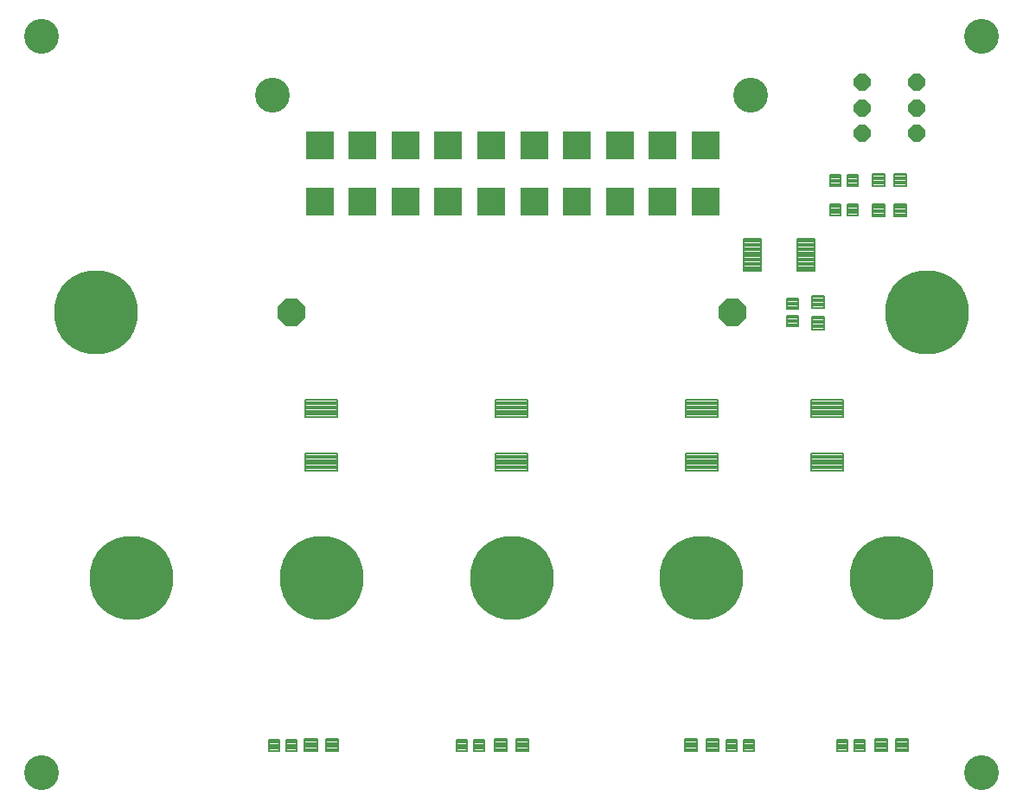
<source format=gts>
G75*
G70*
%OFA0B0*%
%FSLAX24Y24*%
%IPPOS*%
%LPD*%
%AMOC8*
5,1,8,0,0,1.08239X$1,22.5*
%
%ADD10OC8,0.1080*%
%ADD11C,0.0083*%
%ADD12C,0.0081*%
%ADD13C,0.0082*%
%ADD14C,0.3230*%
%ADD15C,0.1340*%
%ADD16R,0.1084X0.1084*%
%ADD17OC8,0.0635*%
D10*
X015579Y024099D03*
X032579Y024099D03*
D11*
X035659Y024277D02*
X036129Y024277D01*
X035659Y024277D02*
X035659Y024747D01*
X036129Y024747D01*
X036129Y024277D01*
X036129Y024359D02*
X035659Y024359D01*
X035659Y024441D02*
X036129Y024441D01*
X036129Y024523D02*
X035659Y024523D01*
X035659Y024605D02*
X036129Y024605D01*
X036129Y024687D02*
X035659Y024687D01*
X035659Y023451D02*
X036129Y023451D01*
X035659Y023451D02*
X035659Y023921D01*
X036129Y023921D01*
X036129Y023451D01*
X036129Y023533D02*
X035659Y023533D01*
X035659Y023615D02*
X036129Y023615D01*
X036129Y023697D02*
X035659Y023697D01*
X035659Y023779D02*
X036129Y023779D01*
X036129Y023861D02*
X035659Y023861D01*
X037998Y027801D02*
X037998Y028271D01*
X038468Y028271D01*
X038468Y027801D01*
X037998Y027801D01*
X037998Y027883D02*
X038468Y027883D01*
X038468Y027965D02*
X037998Y027965D01*
X037998Y028047D02*
X038468Y028047D01*
X038468Y028129D02*
X037998Y028129D01*
X037998Y028211D02*
X038468Y028211D01*
X038825Y028271D02*
X038825Y027801D01*
X038825Y028271D02*
X039295Y028271D01*
X039295Y027801D01*
X038825Y027801D01*
X038825Y027883D02*
X039295Y027883D01*
X039295Y027965D02*
X038825Y027965D01*
X038825Y028047D02*
X039295Y028047D01*
X039295Y028129D02*
X038825Y028129D01*
X038825Y028211D02*
X039295Y028211D01*
X038825Y028982D02*
X038825Y029452D01*
X039295Y029452D01*
X039295Y028982D01*
X038825Y028982D01*
X038825Y029064D02*
X039295Y029064D01*
X039295Y029146D02*
X038825Y029146D01*
X038825Y029228D02*
X039295Y029228D01*
X039295Y029310D02*
X038825Y029310D01*
X038825Y029392D02*
X039295Y029392D01*
X037998Y029452D02*
X037998Y028982D01*
X037998Y029452D02*
X038468Y029452D01*
X038468Y028982D01*
X037998Y028982D01*
X037998Y029064D02*
X038468Y029064D01*
X038468Y029146D02*
X037998Y029146D01*
X037998Y029228D02*
X038468Y029228D01*
X038468Y029310D02*
X037998Y029310D01*
X037998Y029392D02*
X038468Y029392D01*
X038077Y007661D02*
X038077Y007191D01*
X038077Y007661D02*
X038547Y007661D01*
X038547Y007191D01*
X038077Y007191D01*
X038077Y007273D02*
X038547Y007273D01*
X038547Y007355D02*
X038077Y007355D01*
X038077Y007437D02*
X038547Y007437D01*
X038547Y007519D02*
X038077Y007519D01*
X038077Y007601D02*
X038547Y007601D01*
X038903Y007661D02*
X038903Y007191D01*
X038903Y007661D02*
X039373Y007661D01*
X039373Y007191D01*
X038903Y007191D01*
X038903Y007273D02*
X039373Y007273D01*
X039373Y007355D02*
X038903Y007355D01*
X038903Y007437D02*
X039373Y007437D01*
X039373Y007519D02*
X038903Y007519D01*
X038903Y007601D02*
X039373Y007601D01*
X032051Y007661D02*
X032051Y007191D01*
X031581Y007191D01*
X031581Y007661D01*
X032051Y007661D01*
X032051Y007273D02*
X031581Y007273D01*
X031581Y007355D02*
X032051Y007355D01*
X032051Y007437D02*
X031581Y007437D01*
X031581Y007519D02*
X032051Y007519D01*
X032051Y007601D02*
X031581Y007601D01*
X031224Y007661D02*
X031224Y007191D01*
X030754Y007191D01*
X030754Y007661D01*
X031224Y007661D01*
X031224Y007273D02*
X030754Y007273D01*
X030754Y007355D02*
X031224Y007355D01*
X031224Y007437D02*
X030754Y007437D01*
X030754Y007519D02*
X031224Y007519D01*
X031224Y007601D02*
X030754Y007601D01*
X024258Y007661D02*
X024258Y007191D01*
X024258Y007661D02*
X024728Y007661D01*
X024728Y007191D01*
X024258Y007191D01*
X024258Y007273D02*
X024728Y007273D01*
X024728Y007355D02*
X024258Y007355D01*
X024258Y007437D02*
X024728Y007437D01*
X024728Y007519D02*
X024258Y007519D01*
X024258Y007601D02*
X024728Y007601D01*
X023431Y007661D02*
X023431Y007191D01*
X023431Y007661D02*
X023901Y007661D01*
X023901Y007191D01*
X023431Y007191D01*
X023431Y007273D02*
X023901Y007273D01*
X023901Y007355D02*
X023431Y007355D01*
X023431Y007437D02*
X023901Y007437D01*
X023901Y007519D02*
X023431Y007519D01*
X023431Y007601D02*
X023901Y007601D01*
X016935Y007661D02*
X016935Y007191D01*
X016935Y007661D02*
X017405Y007661D01*
X017405Y007191D01*
X016935Y007191D01*
X016935Y007273D02*
X017405Y007273D01*
X017405Y007355D02*
X016935Y007355D01*
X016935Y007437D02*
X017405Y007437D01*
X017405Y007519D02*
X016935Y007519D01*
X016935Y007601D02*
X017405Y007601D01*
X016108Y007661D02*
X016108Y007191D01*
X016108Y007661D02*
X016578Y007661D01*
X016578Y007191D01*
X016108Y007191D01*
X016108Y007273D02*
X016578Y007273D01*
X016578Y007355D02*
X016108Y007355D01*
X016108Y007437D02*
X016578Y007437D01*
X016578Y007519D02*
X016108Y007519D01*
X016108Y007601D02*
X016578Y007601D01*
D12*
X015788Y007642D02*
X015394Y007642D01*
X015788Y007642D02*
X015788Y007210D01*
X015394Y007210D01*
X015394Y007642D01*
X015394Y007290D02*
X015788Y007290D01*
X015788Y007370D02*
X015394Y007370D01*
X015394Y007450D02*
X015788Y007450D01*
X015788Y007530D02*
X015394Y007530D01*
X015394Y007610D02*
X015788Y007610D01*
X015119Y007642D02*
X014725Y007642D01*
X015119Y007642D02*
X015119Y007210D01*
X014725Y007210D01*
X014725Y007642D01*
X014725Y007290D02*
X015119Y007290D01*
X015119Y007370D02*
X014725Y007370D01*
X014725Y007450D02*
X015119Y007450D01*
X015119Y007530D02*
X014725Y007530D01*
X014725Y007610D02*
X015119Y007610D01*
X021973Y007642D02*
X022367Y007642D01*
X022367Y007210D01*
X021973Y007210D01*
X021973Y007642D01*
X021973Y007290D02*
X022367Y007290D01*
X022367Y007370D02*
X021973Y007370D01*
X021973Y007450D02*
X022367Y007450D01*
X022367Y007530D02*
X021973Y007530D01*
X021973Y007610D02*
X022367Y007610D01*
X022642Y007642D02*
X023036Y007642D01*
X023036Y007210D01*
X022642Y007210D01*
X022642Y007642D01*
X022642Y007290D02*
X023036Y007290D01*
X023036Y007370D02*
X022642Y007370D01*
X022642Y007450D02*
X023036Y007450D01*
X023036Y007530D02*
X022642Y007530D01*
X022642Y007610D02*
X023036Y007610D01*
X032355Y007210D02*
X032749Y007210D01*
X032355Y007210D02*
X032355Y007642D01*
X032749Y007642D01*
X032749Y007210D01*
X032749Y007290D02*
X032355Y007290D01*
X032355Y007370D02*
X032749Y007370D01*
X032749Y007450D02*
X032355Y007450D01*
X032355Y007530D02*
X032749Y007530D01*
X032749Y007610D02*
X032355Y007610D01*
X033024Y007210D02*
X033418Y007210D01*
X033024Y007210D02*
X033024Y007642D01*
X033418Y007642D01*
X033418Y007210D01*
X033418Y007290D02*
X033024Y007290D01*
X033024Y007370D02*
X033418Y007370D01*
X033418Y007450D02*
X033024Y007450D01*
X033024Y007530D02*
X033418Y007530D01*
X033418Y007610D02*
X033024Y007610D01*
X036629Y007642D02*
X037023Y007642D01*
X037023Y007210D01*
X036629Y007210D01*
X036629Y007642D01*
X036629Y007290D02*
X037023Y007290D01*
X037023Y007370D02*
X036629Y007370D01*
X036629Y007450D02*
X037023Y007450D01*
X037023Y007530D02*
X036629Y007530D01*
X036629Y007610D02*
X037023Y007610D01*
X037299Y007642D02*
X037693Y007642D01*
X037693Y007210D01*
X037299Y007210D01*
X037299Y007642D01*
X037299Y007290D02*
X037693Y007290D01*
X037693Y007370D02*
X037299Y007370D01*
X037299Y007450D02*
X037693Y007450D01*
X037693Y007530D02*
X037299Y007530D01*
X037299Y007610D02*
X037693Y007610D01*
X035110Y023567D02*
X035110Y023961D01*
X035110Y023567D02*
X034678Y023567D01*
X034678Y023961D01*
X035110Y023961D01*
X035110Y023647D02*
X034678Y023647D01*
X034678Y023727D02*
X035110Y023727D01*
X035110Y023807D02*
X034678Y023807D01*
X034678Y023887D02*
X035110Y023887D01*
X035110Y024237D02*
X035110Y024631D01*
X035110Y024237D02*
X034678Y024237D01*
X034678Y024631D01*
X035110Y024631D01*
X035110Y024317D02*
X034678Y024317D01*
X034678Y024397D02*
X035110Y024397D01*
X035110Y024477D02*
X034678Y024477D01*
X034678Y024557D02*
X035110Y024557D01*
X036363Y028274D02*
X036757Y028274D01*
X036757Y027842D01*
X036363Y027842D01*
X036363Y028274D01*
X036363Y027922D02*
X036757Y027922D01*
X036757Y028002D02*
X036363Y028002D01*
X036363Y028082D02*
X036757Y028082D01*
X036757Y028162D02*
X036363Y028162D01*
X036363Y028242D02*
X036757Y028242D01*
X037032Y028274D02*
X037426Y028274D01*
X037426Y027842D01*
X037032Y027842D01*
X037032Y028274D01*
X037032Y027922D02*
X037426Y027922D01*
X037426Y028002D02*
X037032Y028002D01*
X037032Y028082D02*
X037426Y028082D01*
X037426Y028162D02*
X037032Y028162D01*
X037032Y028242D02*
X037426Y028242D01*
X037426Y029399D02*
X037032Y029399D01*
X037426Y029399D02*
X037426Y028967D01*
X037032Y028967D01*
X037032Y029399D01*
X037032Y029047D02*
X037426Y029047D01*
X037426Y029127D02*
X037032Y029127D01*
X037032Y029207D02*
X037426Y029207D01*
X037426Y029287D02*
X037032Y029287D01*
X037032Y029367D02*
X037426Y029367D01*
X036757Y029399D02*
X036363Y029399D01*
X036757Y029399D02*
X036757Y028967D01*
X036363Y028967D01*
X036363Y029399D01*
X036363Y029047D02*
X036757Y029047D01*
X036757Y029127D02*
X036363Y029127D01*
X036363Y029207D02*
X036757Y029207D01*
X036757Y029287D02*
X036363Y029287D01*
X036363Y029367D02*
X036757Y029367D01*
D13*
X035759Y025689D02*
X035093Y025689D01*
X035093Y026927D01*
X035759Y026927D01*
X035759Y025689D01*
X035759Y025770D02*
X035093Y025770D01*
X035093Y025851D02*
X035759Y025851D01*
X035759Y025932D02*
X035093Y025932D01*
X035093Y026013D02*
X035759Y026013D01*
X035759Y026094D02*
X035093Y026094D01*
X035093Y026175D02*
X035759Y026175D01*
X035759Y026256D02*
X035093Y026256D01*
X035093Y026337D02*
X035759Y026337D01*
X035759Y026418D02*
X035093Y026418D01*
X035093Y026499D02*
X035759Y026499D01*
X035759Y026580D02*
X035093Y026580D01*
X035093Y026661D02*
X035759Y026661D01*
X035759Y026742D02*
X035093Y026742D01*
X035093Y026823D02*
X035759Y026823D01*
X035759Y026904D02*
X035093Y026904D01*
X033696Y025689D02*
X033030Y025689D01*
X033030Y026927D01*
X033696Y026927D01*
X033696Y025689D01*
X033696Y025770D02*
X033030Y025770D01*
X033030Y025851D02*
X033696Y025851D01*
X033696Y025932D02*
X033030Y025932D01*
X033030Y026013D02*
X033696Y026013D01*
X033696Y026094D02*
X033030Y026094D01*
X033030Y026175D02*
X033696Y026175D01*
X033696Y026256D02*
X033030Y026256D01*
X033030Y026337D02*
X033696Y026337D01*
X033696Y026418D02*
X033030Y026418D01*
X033030Y026499D02*
X033696Y026499D01*
X033696Y026580D02*
X033030Y026580D01*
X033030Y026661D02*
X033696Y026661D01*
X033696Y026742D02*
X033030Y026742D01*
X033030Y026823D02*
X033696Y026823D01*
X033696Y026904D02*
X033030Y026904D01*
X030783Y020739D02*
X030783Y020073D01*
X030783Y020739D02*
X032021Y020739D01*
X032021Y020073D01*
X030783Y020073D01*
X030783Y020154D02*
X032021Y020154D01*
X032021Y020235D02*
X030783Y020235D01*
X030783Y020316D02*
X032021Y020316D01*
X032021Y020397D02*
X030783Y020397D01*
X030783Y020478D02*
X032021Y020478D01*
X032021Y020559D02*
X030783Y020559D01*
X030783Y020640D02*
X032021Y020640D01*
X032021Y020721D02*
X030783Y020721D01*
X030783Y018676D02*
X030783Y018010D01*
X030783Y018676D02*
X032021Y018676D01*
X032021Y018010D01*
X030783Y018010D01*
X030783Y018091D02*
X032021Y018091D01*
X032021Y018172D02*
X030783Y018172D01*
X030783Y018253D02*
X032021Y018253D01*
X032021Y018334D02*
X030783Y018334D01*
X030783Y018415D02*
X032021Y018415D01*
X032021Y018496D02*
X030783Y018496D01*
X030783Y018577D02*
X032021Y018577D01*
X032021Y018658D02*
X030783Y018658D01*
X035638Y018676D02*
X035638Y018010D01*
X035638Y018676D02*
X036876Y018676D01*
X036876Y018010D01*
X035638Y018010D01*
X035638Y018091D02*
X036876Y018091D01*
X036876Y018172D02*
X035638Y018172D01*
X035638Y018253D02*
X036876Y018253D01*
X036876Y018334D02*
X035638Y018334D01*
X035638Y018415D02*
X036876Y018415D01*
X036876Y018496D02*
X035638Y018496D01*
X035638Y018577D02*
X036876Y018577D01*
X036876Y018658D02*
X035638Y018658D01*
X035638Y020073D02*
X035638Y020739D01*
X036876Y020739D01*
X036876Y020073D01*
X035638Y020073D01*
X035638Y020154D02*
X036876Y020154D01*
X036876Y020235D02*
X035638Y020235D01*
X035638Y020316D02*
X036876Y020316D01*
X036876Y020397D02*
X035638Y020397D01*
X035638Y020478D02*
X036876Y020478D01*
X036876Y020559D02*
X035638Y020559D01*
X035638Y020640D02*
X036876Y020640D01*
X036876Y020721D02*
X035638Y020721D01*
X023460Y020739D02*
X023460Y020073D01*
X023460Y020739D02*
X024698Y020739D01*
X024698Y020073D01*
X023460Y020073D01*
X023460Y020154D02*
X024698Y020154D01*
X024698Y020235D02*
X023460Y020235D01*
X023460Y020316D02*
X024698Y020316D01*
X024698Y020397D02*
X023460Y020397D01*
X023460Y020478D02*
X024698Y020478D01*
X024698Y020559D02*
X023460Y020559D01*
X023460Y020640D02*
X024698Y020640D01*
X024698Y020721D02*
X023460Y020721D01*
X023460Y018676D02*
X023460Y018010D01*
X023460Y018676D02*
X024698Y018676D01*
X024698Y018010D01*
X023460Y018010D01*
X023460Y018091D02*
X024698Y018091D01*
X024698Y018172D02*
X023460Y018172D01*
X023460Y018253D02*
X024698Y018253D01*
X024698Y018334D02*
X023460Y018334D01*
X023460Y018415D02*
X024698Y018415D01*
X024698Y018496D02*
X023460Y018496D01*
X023460Y018577D02*
X024698Y018577D01*
X024698Y018658D02*
X023460Y018658D01*
X016138Y018676D02*
X016138Y018010D01*
X016138Y018676D02*
X017376Y018676D01*
X017376Y018010D01*
X016138Y018010D01*
X016138Y018091D02*
X017376Y018091D01*
X017376Y018172D02*
X016138Y018172D01*
X016138Y018253D02*
X017376Y018253D01*
X017376Y018334D02*
X016138Y018334D01*
X016138Y018415D02*
X017376Y018415D01*
X017376Y018496D02*
X016138Y018496D01*
X016138Y018577D02*
X017376Y018577D01*
X017376Y018658D02*
X016138Y018658D01*
X016138Y020073D02*
X016138Y020739D01*
X017376Y020739D01*
X017376Y020073D01*
X016138Y020073D01*
X016138Y020154D02*
X017376Y020154D01*
X017376Y020235D02*
X016138Y020235D01*
X016138Y020316D02*
X017376Y020316D01*
X017376Y020397D02*
X016138Y020397D01*
X016138Y020478D02*
X017376Y020478D01*
X017376Y020559D02*
X016138Y020559D01*
X016138Y020640D02*
X017376Y020640D01*
X017376Y020721D02*
X016138Y020721D01*
D14*
X008070Y024099D03*
X009434Y013863D03*
X016757Y013863D03*
X024079Y013863D03*
X031402Y013863D03*
X038725Y013863D03*
X040089Y024099D03*
D15*
X005969Y006382D03*
X014867Y032485D03*
X005969Y034729D03*
X033292Y032485D03*
X042190Y034729D03*
X042190Y006382D03*
D16*
X031560Y028378D03*
X029906Y028378D03*
X028253Y028378D03*
X026599Y028378D03*
X024946Y028378D03*
X023292Y028378D03*
X021638Y028378D03*
X019985Y028378D03*
X018331Y028378D03*
X016678Y028378D03*
X016678Y030544D03*
X018331Y030544D03*
X019985Y030544D03*
X021638Y030544D03*
X023292Y030544D03*
X024946Y030544D03*
X026599Y030544D03*
X028253Y030544D03*
X029906Y030544D03*
X031560Y030544D03*
D17*
X037583Y030989D03*
X037583Y031973D03*
X037583Y032957D03*
X039709Y032957D03*
X039709Y031973D03*
X039709Y030989D03*
M02*

</source>
